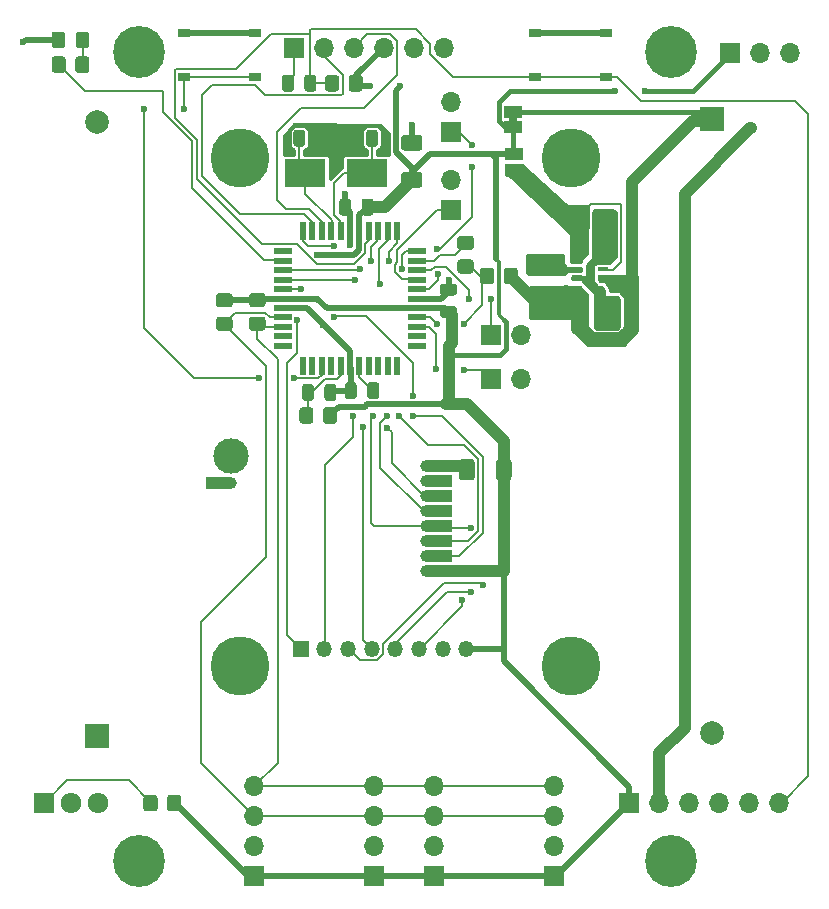
<source format=gbr>
G04 #@! TF.GenerationSoftware,KiCad,Pcbnew,5.1.10-88a1d61d58~88~ubuntu18.04.1*
G04 #@! TF.CreationDate,2021-10-18T10:13:55+02:00*
G04 #@! TF.ProjectId,HB-UNI-SEN-BATT_ATMega1284P_E07-868MS10_FUEL4EP,48422d55-4e49-42d5-9345-4e2d42415454,rev?*
G04 #@! TF.SameCoordinates,Original*
G04 #@! TF.FileFunction,Copper,L1,Top*
G04 #@! TF.FilePolarity,Positive*
%FSLAX46Y46*%
G04 Gerber Fmt 4.6, Leading zero omitted, Abs format (unit mm)*
G04 Created by KiCad (PCBNEW 5.1.10-88a1d61d58~88~ubuntu18.04.1) date 2021-10-18 10:13:55*
%MOMM*%
%LPD*%
G01*
G04 APERTURE LIST*
G04 #@! TA.AperFunction,EtchedComponent*
%ADD10C,0.100000*%
G04 #@! TD*
G04 #@! TA.AperFunction,ComponentPad*
%ADD11O,1.717500X1.800000*%
G04 #@! TD*
G04 #@! TA.AperFunction,ComponentPad*
%ADD12R,1.717500X1.800000*%
G04 #@! TD*
G04 #@! TA.AperFunction,ComponentPad*
%ADD13C,5.000000*%
G04 #@! TD*
G04 #@! TA.AperFunction,ComponentPad*
%ADD14O,1.700000X1.700000*%
G04 #@! TD*
G04 #@! TA.AperFunction,ComponentPad*
%ADD15R,1.700000X1.700000*%
G04 #@! TD*
G04 #@! TA.AperFunction,SMDPad,CuDef*
%ADD16R,1.500000X1.000000*%
G04 #@! TD*
G04 #@! TA.AperFunction,SMDPad,CuDef*
%ADD17R,2.700000X1.400000*%
G04 #@! TD*
G04 #@! TA.AperFunction,SMDPad,CuDef*
%ADD18R,0.900000X0.400000*%
G04 #@! TD*
G04 #@! TA.AperFunction,ComponentPad*
%ADD19O,1.350000X1.350000*%
G04 #@! TD*
G04 #@! TA.AperFunction,ComponentPad*
%ADD20R,1.350000X1.350000*%
G04 #@! TD*
G04 #@! TA.AperFunction,SMDPad,CuDef*
%ADD21R,3.500000X2.400000*%
G04 #@! TD*
G04 #@! TA.AperFunction,ComponentPad*
%ADD22R,2.000000X2.000000*%
G04 #@! TD*
G04 #@! TA.AperFunction,ComponentPad*
%ADD23C,2.000000*%
G04 #@! TD*
G04 #@! TA.AperFunction,SMDPad,CuDef*
%ADD24R,1.000000X0.750000*%
G04 #@! TD*
G04 #@! TA.AperFunction,SMDPad,CuDef*
%ADD25R,1.500000X0.550000*%
G04 #@! TD*
G04 #@! TA.AperFunction,SMDPad,CuDef*
%ADD26R,0.550000X1.500000*%
G04 #@! TD*
G04 #@! TA.AperFunction,ComponentPad*
%ADD27C,3.000000*%
G04 #@! TD*
G04 #@! TA.AperFunction,SMDPad,CuDef*
%ADD28R,2.170000X1.000000*%
G04 #@! TD*
G04 #@! TA.AperFunction,ComponentPad*
%ADD29C,1.000000*%
G04 #@! TD*
G04 #@! TA.AperFunction,ComponentPad*
%ADD30C,0.700000*%
G04 #@! TD*
G04 #@! TA.AperFunction,ComponentPad*
%ADD31C,4.400000*%
G04 #@! TD*
G04 #@! TA.AperFunction,ViaPad*
%ADD32C,0.600000*%
G04 #@! TD*
G04 #@! TA.AperFunction,ViaPad*
%ADD33C,1.000000*%
G04 #@! TD*
G04 #@! TA.AperFunction,Conductor*
%ADD34C,0.500000*%
G04 #@! TD*
G04 #@! TA.AperFunction,Conductor*
%ADD35C,1.000000*%
G04 #@! TD*
G04 #@! TA.AperFunction,Conductor*
%ADD36C,0.400000*%
G04 #@! TD*
G04 #@! TA.AperFunction,Conductor*
%ADD37C,0.200000*%
G04 #@! TD*
G04 #@! TA.AperFunction,Conductor*
%ADD38C,0.370000*%
G04 #@! TD*
G04 #@! TA.AperFunction,Conductor*
%ADD39C,0.254000*%
G04 #@! TD*
G04 #@! TA.AperFunction,Conductor*
%ADD40C,0.100000*%
G04 #@! TD*
G04 APERTURE END LIST*
D10*
G36*
X147937500Y-86681500D02*
G01*
X147937500Y-87181500D01*
X147337500Y-87181500D01*
X147337500Y-86681500D01*
X147937500Y-86681500D01*
G37*
D11*
X112530000Y-144780000D03*
X110240000Y-144780000D03*
D12*
X107950000Y-144780000D03*
D13*
X152510800Y-133200000D03*
X152510800Y-90200000D03*
X124510800Y-133200000D03*
X124510800Y-90200000D03*
D14*
X148336000Y-105219500D03*
D15*
X145796000Y-105219500D03*
D14*
X151130000Y-143380000D03*
X151130000Y-145920000D03*
X151130000Y-148460000D03*
D15*
X151130000Y-151000000D03*
D14*
X142400000Y-92075000D03*
D15*
X142400000Y-94615000D03*
D14*
X142400000Y-85471000D03*
D15*
X142400000Y-88011000D03*
D14*
X171069000Y-81343500D03*
X168529000Y-81343500D03*
D15*
X165989000Y-81343500D03*
D16*
X147688300Y-91188300D03*
X147688300Y-89888300D03*
D17*
X150338120Y-99207200D03*
X150338120Y-101807200D03*
D18*
X153014500Y-100281500D03*
X153014500Y-98981500D03*
X155214500Y-99631500D03*
X153014500Y-99631500D03*
X155214500Y-98981500D03*
X155214500Y-100281500D03*
G04 #@! TA.AperFunction,SMDPad,CuDef*
G36*
G01*
X154501000Y-95679280D02*
X154501000Y-94729280D01*
G75*
G02*
X154751000Y-94479280I250000J0D01*
G01*
X155251000Y-94479280D01*
G75*
G02*
X155501000Y-94729280I0J-250000D01*
G01*
X155501000Y-95679280D01*
G75*
G02*
X155251000Y-95929280I-250000J0D01*
G01*
X154751000Y-95929280D01*
G75*
G02*
X154501000Y-95679280I0J250000D01*
G01*
G37*
G04 #@! TD.AperFunction*
G04 #@! TA.AperFunction,SMDPad,CuDef*
G36*
G01*
X152601000Y-95679280D02*
X152601000Y-94729280D01*
G75*
G02*
X152851000Y-94479280I250000J0D01*
G01*
X153351000Y-94479280D01*
G75*
G02*
X153601000Y-94729280I0J-250000D01*
G01*
X153601000Y-95679280D01*
G75*
G02*
X153351000Y-95929280I-250000J0D01*
G01*
X152851000Y-95929280D01*
G75*
G02*
X152601000Y-95679280I0J250000D01*
G01*
G37*
G04 #@! TD.AperFunction*
G04 #@! TA.AperFunction,SMDPad,CuDef*
G36*
G01*
X154501000Y-97685880D02*
X154501000Y-96735880D01*
G75*
G02*
X154751000Y-96485880I250000J0D01*
G01*
X155251000Y-96485880D01*
G75*
G02*
X155501000Y-96735880I0J-250000D01*
G01*
X155501000Y-97685880D01*
G75*
G02*
X155251000Y-97935880I-250000J0D01*
G01*
X154751000Y-97935880D01*
G75*
G02*
X154501000Y-97685880I0J250000D01*
G01*
G37*
G04 #@! TD.AperFunction*
G04 #@! TA.AperFunction,SMDPad,CuDef*
G36*
G01*
X152601000Y-97685880D02*
X152601000Y-96735880D01*
G75*
G02*
X152851000Y-96485880I250000J0D01*
G01*
X153351000Y-96485880D01*
G75*
G02*
X153601000Y-96735880I0J-250000D01*
G01*
X153601000Y-97685880D01*
G75*
G02*
X153351000Y-97935880I-250000J0D01*
G01*
X152851000Y-97935880D01*
G75*
G02*
X152601000Y-97685880I0J250000D01*
G01*
G37*
G04 #@! TD.AperFunction*
G04 #@! TA.AperFunction,SMDPad,CuDef*
G36*
G01*
X154480680Y-104528640D02*
X154480680Y-103578640D01*
G75*
G02*
X154730680Y-103328640I250000J0D01*
G01*
X155230680Y-103328640D01*
G75*
G02*
X155480680Y-103578640I0J-250000D01*
G01*
X155480680Y-104528640D01*
G75*
G02*
X155230680Y-104778640I-250000J0D01*
G01*
X154730680Y-104778640D01*
G75*
G02*
X154480680Y-104528640I0J250000D01*
G01*
G37*
G04 #@! TD.AperFunction*
G04 #@! TA.AperFunction,SMDPad,CuDef*
G36*
G01*
X152580680Y-104528640D02*
X152580680Y-103578640D01*
G75*
G02*
X152830680Y-103328640I250000J0D01*
G01*
X153330680Y-103328640D01*
G75*
G02*
X153580680Y-103578640I0J-250000D01*
G01*
X153580680Y-104528640D01*
G75*
G02*
X153330680Y-104778640I-250000J0D01*
G01*
X152830680Y-104778640D01*
G75*
G02*
X152580680Y-104528640I0J250000D01*
G01*
G37*
G04 #@! TD.AperFunction*
G04 #@! TA.AperFunction,SMDPad,CuDef*
G36*
G01*
X154480680Y-102532200D02*
X154480680Y-101582200D01*
G75*
G02*
X154730680Y-101332200I250000J0D01*
G01*
X155230680Y-101332200D01*
G75*
G02*
X155480680Y-101582200I0J-250000D01*
G01*
X155480680Y-102532200D01*
G75*
G02*
X155230680Y-102782200I-250000J0D01*
G01*
X154730680Y-102782200D01*
G75*
G02*
X154480680Y-102532200I0J250000D01*
G01*
G37*
G04 #@! TD.AperFunction*
G04 #@! TA.AperFunction,SMDPad,CuDef*
G36*
G01*
X152580680Y-102532200D02*
X152580680Y-101582200D01*
G75*
G02*
X152830680Y-101332200I250000J0D01*
G01*
X153330680Y-101332200D01*
G75*
G02*
X153580680Y-101582200I0J-250000D01*
G01*
X153580680Y-102532200D01*
G75*
G02*
X153330680Y-102782200I-250000J0D01*
G01*
X152830680Y-102782200D01*
G75*
G02*
X152580680Y-102532200I0J250000D01*
G01*
G37*
G04 #@! TD.AperFunction*
G04 #@! TA.AperFunction,SMDPad,CuDef*
G36*
G01*
X146036080Y-99737759D02*
X146036080Y-100637761D01*
G75*
G02*
X145786081Y-100887760I-249999J0D01*
G01*
X145086079Y-100887760D01*
G75*
G02*
X144836080Y-100637761I0J249999D01*
G01*
X144836080Y-99737759D01*
G75*
G02*
X145086079Y-99487760I249999J0D01*
G01*
X145786081Y-99487760D01*
G75*
G02*
X146036080Y-99737759I0J-249999D01*
G01*
G37*
G04 #@! TD.AperFunction*
G04 #@! TA.AperFunction,SMDPad,CuDef*
G36*
G01*
X148036080Y-99737759D02*
X148036080Y-100637761D01*
G75*
G02*
X147786081Y-100887760I-249999J0D01*
G01*
X147086079Y-100887760D01*
G75*
G02*
X146836080Y-100637761I0J249999D01*
G01*
X146836080Y-99737759D01*
G75*
G02*
X147086079Y-99487760I249999J0D01*
G01*
X147786081Y-99487760D01*
G75*
G02*
X148036080Y-99737759I0J-249999D01*
G01*
G37*
G04 #@! TD.AperFunction*
G04 #@! TA.AperFunction,SMDPad,CuDef*
G36*
G01*
X144066681Y-97984360D02*
X143166679Y-97984360D01*
G75*
G02*
X142916680Y-97734361I0J249999D01*
G01*
X142916680Y-97034359D01*
G75*
G02*
X143166679Y-96784360I249999J0D01*
G01*
X144066681Y-96784360D01*
G75*
G02*
X144316680Y-97034359I0J-249999D01*
G01*
X144316680Y-97734361D01*
G75*
G02*
X144066681Y-97984360I-249999J0D01*
G01*
G37*
G04 #@! TD.AperFunction*
G04 #@! TA.AperFunction,SMDPad,CuDef*
G36*
G01*
X144066681Y-99984360D02*
X143166679Y-99984360D01*
G75*
G02*
X142916680Y-99734361I0J249999D01*
G01*
X142916680Y-99034359D01*
G75*
G02*
X143166679Y-98784360I249999J0D01*
G01*
X144066681Y-98784360D01*
G75*
G02*
X144316680Y-99034359I0J-249999D01*
G01*
X144316680Y-99734361D01*
G75*
G02*
X144066681Y-99984360I-249999J0D01*
G01*
G37*
G04 #@! TD.AperFunction*
D19*
X143667000Y-131750000D03*
X141667000Y-131750000D03*
X139667000Y-131750000D03*
X137667000Y-131750000D03*
X135667000Y-131750000D03*
X133667000Y-131750000D03*
X131667000Y-131750000D03*
D20*
X129667000Y-131750000D03*
D21*
X135251500Y-91440000D03*
X130051500Y-91440000D03*
D22*
X112420000Y-139100000D03*
D23*
X112420000Y-87110000D03*
D22*
X164490000Y-86860000D03*
D23*
X164490000Y-138850000D03*
D24*
X155500000Y-83375000D03*
X149500000Y-83375000D03*
X155500000Y-79625000D03*
X149500000Y-79625000D03*
X119800000Y-79625000D03*
X125800000Y-79625000D03*
X119800000Y-83375000D03*
X125800000Y-83375000D03*
G04 #@! TA.AperFunction,SMDPad,CuDef*
G36*
G01*
X139715003Y-89575200D02*
X138414997Y-89575200D01*
G75*
G02*
X138165000Y-89325203I0J249997D01*
G01*
X138165000Y-88500197D01*
G75*
G02*
X138414997Y-88250200I249997J0D01*
G01*
X139715003Y-88250200D01*
G75*
G02*
X139965000Y-88500197I0J-249997D01*
G01*
X139965000Y-89325203D01*
G75*
G02*
X139715003Y-89575200I-249997J0D01*
G01*
G37*
G04 #@! TD.AperFunction*
G04 #@! TA.AperFunction,SMDPad,CuDef*
G36*
G01*
X139715003Y-92700200D02*
X138414997Y-92700200D01*
G75*
G02*
X138165000Y-92450203I0J249997D01*
G01*
X138165000Y-91625197D01*
G75*
G02*
X138414997Y-91375200I249997J0D01*
G01*
X139715003Y-91375200D01*
G75*
G02*
X139965000Y-91625197I0J-249997D01*
G01*
X139965000Y-92450203D01*
G75*
G02*
X139715003Y-92700200I-249997J0D01*
G01*
G37*
G04 #@! TD.AperFunction*
G04 #@! TA.AperFunction,SMDPad,CuDef*
G36*
G01*
X144388000Y-115935997D02*
X144388000Y-117236003D01*
G75*
G02*
X144138003Y-117486000I-249997J0D01*
G01*
X143312997Y-117486000D01*
G75*
G02*
X143063000Y-117236003I0J249997D01*
G01*
X143063000Y-115935997D01*
G75*
G02*
X143312997Y-115686000I249997J0D01*
G01*
X144138003Y-115686000D01*
G75*
G02*
X144388000Y-115935997I0J-249997D01*
G01*
G37*
G04 #@! TD.AperFunction*
G04 #@! TA.AperFunction,SMDPad,CuDef*
G36*
G01*
X147513000Y-115935997D02*
X147513000Y-117236003D01*
G75*
G02*
X147263003Y-117486000I-249997J0D01*
G01*
X146437997Y-117486000D01*
G75*
G02*
X146188000Y-117236003I0J249997D01*
G01*
X146188000Y-115935997D01*
G75*
G02*
X146437997Y-115686000I249997J0D01*
G01*
X147263003Y-115686000D01*
G75*
G02*
X147513000Y-115935997I0J-249997D01*
G01*
G37*
G04 #@! TD.AperFunction*
D25*
X139532600Y-98095300D03*
X139532600Y-98895300D03*
X139532600Y-99695300D03*
X139532600Y-100495300D03*
X139532600Y-101295300D03*
X139532600Y-102095300D03*
X139532600Y-102895300D03*
X139532600Y-103695300D03*
X139532600Y-104495300D03*
X139532600Y-105295300D03*
X139532600Y-106095300D03*
D26*
X137832600Y-107795300D03*
X137032600Y-107795300D03*
X136232600Y-107795300D03*
X135432600Y-107795300D03*
X134632600Y-107795300D03*
X133832600Y-107795300D03*
X133032600Y-107795300D03*
X132232600Y-107795300D03*
X131432600Y-107795300D03*
X130632600Y-107795300D03*
X129832600Y-107795300D03*
D25*
X128132600Y-106095300D03*
X128132600Y-105295300D03*
X128132600Y-104495300D03*
X128132600Y-103695300D03*
X128132600Y-102895300D03*
X128132600Y-102095300D03*
X128132600Y-101295300D03*
X128132600Y-100495300D03*
X128132600Y-99695300D03*
X128132600Y-98895300D03*
X128132600Y-98095300D03*
D26*
X129832600Y-96395300D03*
X130632600Y-96395300D03*
X131432600Y-96395300D03*
X132232600Y-96395300D03*
X133032600Y-96395300D03*
X133832600Y-96395300D03*
X134632600Y-96395300D03*
X135432600Y-96395300D03*
X136232600Y-96395300D03*
X137032600Y-96395300D03*
X137832600Y-96395300D03*
G04 #@! TA.AperFunction,SMDPad,CuDef*
G36*
G01*
X130743500Y-111549999D02*
X130743500Y-112450001D01*
G75*
G02*
X130493501Y-112700000I-249999J0D01*
G01*
X129793499Y-112700000D01*
G75*
G02*
X129543500Y-112450001I0J249999D01*
G01*
X129543500Y-111549999D01*
G75*
G02*
X129793499Y-111300000I249999J0D01*
G01*
X130493501Y-111300000D01*
G75*
G02*
X130743500Y-111549999I0J-249999D01*
G01*
G37*
G04 #@! TD.AperFunction*
G04 #@! TA.AperFunction,SMDPad,CuDef*
G36*
G01*
X132743500Y-111549999D02*
X132743500Y-112450001D01*
G75*
G02*
X132493501Y-112700000I-249999J0D01*
G01*
X131793499Y-112700000D01*
G75*
G02*
X131543500Y-112450001I0J249999D01*
G01*
X131543500Y-111549999D01*
G75*
G02*
X131793499Y-111300000I249999J0D01*
G01*
X132493501Y-111300000D01*
G75*
G02*
X132743500Y-111549999I0J-249999D01*
G01*
G37*
G04 #@! TD.AperFunction*
G04 #@! TA.AperFunction,SMDPad,CuDef*
G36*
G01*
X125533999Y-103635000D02*
X126434001Y-103635000D01*
G75*
G02*
X126684000Y-103884999I0J-249999D01*
G01*
X126684000Y-104585001D01*
G75*
G02*
X126434001Y-104835000I-249999J0D01*
G01*
X125533999Y-104835000D01*
G75*
G02*
X125284000Y-104585001I0J249999D01*
G01*
X125284000Y-103884999D01*
G75*
G02*
X125533999Y-103635000I249999J0D01*
G01*
G37*
G04 #@! TD.AperFunction*
G04 #@! TA.AperFunction,SMDPad,CuDef*
G36*
G01*
X125533999Y-101635000D02*
X126434001Y-101635000D01*
G75*
G02*
X126684000Y-101884999I0J-249999D01*
G01*
X126684000Y-102585001D01*
G75*
G02*
X126434001Y-102835000I-249999J0D01*
G01*
X125533999Y-102835000D01*
G75*
G02*
X125284000Y-102585001I0J249999D01*
G01*
X125284000Y-101884999D01*
G75*
G02*
X125533999Y-101635000I249999J0D01*
G01*
G37*
G04 #@! TD.AperFunction*
G04 #@! TA.AperFunction,SMDPad,CuDef*
G36*
G01*
X122739999Y-103651000D02*
X123640001Y-103651000D01*
G75*
G02*
X123890000Y-103900999I0J-249999D01*
G01*
X123890000Y-104601001D01*
G75*
G02*
X123640001Y-104851000I-249999J0D01*
G01*
X122739999Y-104851000D01*
G75*
G02*
X122490000Y-104601001I0J249999D01*
G01*
X122490000Y-103900999D01*
G75*
G02*
X122739999Y-103651000I249999J0D01*
G01*
G37*
G04 #@! TD.AperFunction*
G04 #@! TA.AperFunction,SMDPad,CuDef*
G36*
G01*
X122739999Y-101651000D02*
X123640001Y-101651000D01*
G75*
G02*
X123890000Y-101900999I0J-249999D01*
G01*
X123890000Y-102601001D01*
G75*
G02*
X123640001Y-102851000I-249999J0D01*
G01*
X122739999Y-102851000D01*
G75*
G02*
X122490000Y-102601001I0J249999D01*
G01*
X122490000Y-101900999D01*
G75*
G02*
X122739999Y-101651000I249999J0D01*
G01*
G37*
G04 #@! TD.AperFunction*
G04 #@! TA.AperFunction,SMDPad,CuDef*
G36*
G01*
X117541600Y-144368099D02*
X117541600Y-145268101D01*
G75*
G02*
X117291601Y-145518100I-249999J0D01*
G01*
X116591599Y-145518100D01*
G75*
G02*
X116341600Y-145268101I0J249999D01*
G01*
X116341600Y-144368099D01*
G75*
G02*
X116591599Y-144118100I249999J0D01*
G01*
X117291601Y-144118100D01*
G75*
G02*
X117541600Y-144368099I0J-249999D01*
G01*
G37*
G04 #@! TD.AperFunction*
G04 #@! TA.AperFunction,SMDPad,CuDef*
G36*
G01*
X119541600Y-144368099D02*
X119541600Y-145268101D01*
G75*
G02*
X119291601Y-145518100I-249999J0D01*
G01*
X118591599Y-145518100D01*
G75*
G02*
X118341600Y-145268101I0J249999D01*
G01*
X118341600Y-144368099D01*
G75*
G02*
X118591599Y-144118100I249999J0D01*
G01*
X119291601Y-144118100D01*
G75*
G02*
X119541600Y-144368099I0J-249999D01*
G01*
G37*
G04 #@! TD.AperFunction*
G04 #@! TA.AperFunction,SMDPad,CuDef*
G36*
G01*
X132915200Y-83420799D02*
X132915200Y-84320801D01*
G75*
G02*
X132665201Y-84570800I-249999J0D01*
G01*
X131965199Y-84570800D01*
G75*
G02*
X131715200Y-84320801I0J249999D01*
G01*
X131715200Y-83420799D01*
G75*
G02*
X131965199Y-83170800I249999J0D01*
G01*
X132665201Y-83170800D01*
G75*
G02*
X132915200Y-83420799I0J-249999D01*
G01*
G37*
G04 #@! TD.AperFunction*
G04 #@! TA.AperFunction,SMDPad,CuDef*
G36*
G01*
X134915200Y-83420799D02*
X134915200Y-84320801D01*
G75*
G02*
X134665201Y-84570800I-249999J0D01*
G01*
X133965199Y-84570800D01*
G75*
G02*
X133715200Y-84320801I0J249999D01*
G01*
X133715200Y-83420799D01*
G75*
G02*
X133965199Y-83170800I249999J0D01*
G01*
X134665201Y-83170800D01*
G75*
G02*
X134915200Y-83420799I0J-249999D01*
G01*
G37*
G04 #@! TD.AperFunction*
G04 #@! TA.AperFunction,SMDPad,CuDef*
G36*
G01*
X110572500Y-82746001D02*
X110572500Y-81845999D01*
G75*
G02*
X110822499Y-81596000I249999J0D01*
G01*
X111522501Y-81596000D01*
G75*
G02*
X111772500Y-81845999I0J-249999D01*
G01*
X111772500Y-82746001D01*
G75*
G02*
X111522501Y-82996000I-249999J0D01*
G01*
X110822499Y-82996000D01*
G75*
G02*
X110572500Y-82746001I0J249999D01*
G01*
G37*
G04 #@! TD.AperFunction*
G04 #@! TA.AperFunction,SMDPad,CuDef*
G36*
G01*
X108572500Y-82746001D02*
X108572500Y-81845999D01*
G75*
G02*
X108822499Y-81596000I249999J0D01*
G01*
X109522501Y-81596000D01*
G75*
G02*
X109772500Y-81845999I0J-249999D01*
G01*
X109772500Y-82746001D01*
G75*
G02*
X109522501Y-82996000I-249999J0D01*
G01*
X108822499Y-82996000D01*
G75*
G02*
X108572500Y-82746001I0J249999D01*
G01*
G37*
G04 #@! TD.AperFunction*
D14*
X141770100Y-80860900D03*
X139230100Y-80860900D03*
X136690100Y-80860900D03*
X134150100Y-80860900D03*
X131610100Y-80860900D03*
D15*
X129070100Y-80860900D03*
G04 #@! TA.AperFunction,SMDPad,CuDef*
G36*
G01*
X110613500Y-80650501D02*
X110613500Y-79750499D01*
G75*
G02*
X110863499Y-79500500I249999J0D01*
G01*
X111513501Y-79500500D01*
G75*
G02*
X111763500Y-79750499I0J-249999D01*
G01*
X111763500Y-80650501D01*
G75*
G02*
X111513501Y-80900500I-249999J0D01*
G01*
X110863499Y-80900500D01*
G75*
G02*
X110613500Y-80650501I0J249999D01*
G01*
G37*
G04 #@! TD.AperFunction*
G04 #@! TA.AperFunction,SMDPad,CuDef*
G36*
G01*
X108563500Y-80650501D02*
X108563500Y-79750499D01*
G75*
G02*
X108813499Y-79500500I249999J0D01*
G01*
X109463501Y-79500500D01*
G75*
G02*
X109713500Y-79750499I0J-249999D01*
G01*
X109713500Y-80650501D01*
G75*
G02*
X109463501Y-80900500I-249999J0D01*
G01*
X108813499Y-80900500D01*
G75*
G02*
X108563500Y-80650501I0J249999D01*
G01*
G37*
G04 #@! TD.AperFunction*
G04 #@! TA.AperFunction,SMDPad,CuDef*
G36*
G01*
X129074800Y-83395800D02*
X129074800Y-84345800D01*
G75*
G02*
X128824800Y-84595800I-250000J0D01*
G01*
X128324800Y-84595800D01*
G75*
G02*
X128074800Y-84345800I0J250000D01*
G01*
X128074800Y-83395800D01*
G75*
G02*
X128324800Y-83145800I250000J0D01*
G01*
X128824800Y-83145800D01*
G75*
G02*
X129074800Y-83395800I0J-250000D01*
G01*
G37*
G04 #@! TD.AperFunction*
G04 #@! TA.AperFunction,SMDPad,CuDef*
G36*
G01*
X130974800Y-83395800D02*
X130974800Y-84345800D01*
G75*
G02*
X130724800Y-84595800I-250000J0D01*
G01*
X130224800Y-84595800D01*
G75*
G02*
X129974800Y-84345800I0J250000D01*
G01*
X129974800Y-83395800D01*
G75*
G02*
X130224800Y-83145800I250000J0D01*
G01*
X130724800Y-83145800D01*
G75*
G02*
X130974800Y-83395800I0J-250000D01*
G01*
G37*
G04 #@! TD.AperFunction*
G04 #@! TA.AperFunction,SMDPad,CuDef*
G36*
G01*
X134401100Y-109418100D02*
X134401100Y-110368100D01*
G75*
G02*
X134151100Y-110618100I-250000J0D01*
G01*
X133651100Y-110618100D01*
G75*
G02*
X133401100Y-110368100I0J250000D01*
G01*
X133401100Y-109418100D01*
G75*
G02*
X133651100Y-109168100I250000J0D01*
G01*
X134151100Y-109168100D01*
G75*
G02*
X134401100Y-109418100I0J-250000D01*
G01*
G37*
G04 #@! TD.AperFunction*
G04 #@! TA.AperFunction,SMDPad,CuDef*
G36*
G01*
X136301100Y-109418100D02*
X136301100Y-110368100D01*
G75*
G02*
X136051100Y-110618100I-250000J0D01*
G01*
X135551100Y-110618100D01*
G75*
G02*
X135301100Y-110368100I0J250000D01*
G01*
X135301100Y-109418100D01*
G75*
G02*
X135551100Y-109168100I250000J0D01*
G01*
X136051100Y-109168100D01*
G75*
G02*
X136301100Y-109418100I0J-250000D01*
G01*
G37*
G04 #@! TD.AperFunction*
G04 #@! TA.AperFunction,SMDPad,CuDef*
G36*
G01*
X134297000Y-88044000D02*
X134297000Y-88994000D01*
G75*
G02*
X134047000Y-89244000I-250000J0D01*
G01*
X133547000Y-89244000D01*
G75*
G02*
X133297000Y-88994000I0J250000D01*
G01*
X133297000Y-88044000D01*
G75*
G02*
X133547000Y-87794000I250000J0D01*
G01*
X134047000Y-87794000D01*
G75*
G02*
X134297000Y-88044000I0J-250000D01*
G01*
G37*
G04 #@! TD.AperFunction*
G04 #@! TA.AperFunction,SMDPad,CuDef*
G36*
G01*
X136197000Y-88044000D02*
X136197000Y-88994000D01*
G75*
G02*
X135947000Y-89244000I-250000J0D01*
G01*
X135447000Y-89244000D01*
G75*
G02*
X135197000Y-88994000I0J250000D01*
G01*
X135197000Y-88044000D01*
G75*
G02*
X135447000Y-87794000I250000J0D01*
G01*
X135947000Y-87794000D01*
G75*
G02*
X136197000Y-88044000I0J-250000D01*
G01*
G37*
G04 #@! TD.AperFunction*
G04 #@! TA.AperFunction,SMDPad,CuDef*
G36*
G01*
X130942500Y-88994000D02*
X130942500Y-88044000D01*
G75*
G02*
X131192500Y-87794000I250000J0D01*
G01*
X131692500Y-87794000D01*
G75*
G02*
X131942500Y-88044000I0J-250000D01*
G01*
X131942500Y-88994000D01*
G75*
G02*
X131692500Y-89244000I-250000J0D01*
G01*
X131192500Y-89244000D01*
G75*
G02*
X130942500Y-88994000I0J250000D01*
G01*
G37*
G04 #@! TD.AperFunction*
G04 #@! TA.AperFunction,SMDPad,CuDef*
G36*
G01*
X129042500Y-88994000D02*
X129042500Y-88044000D01*
G75*
G02*
X129292500Y-87794000I250000J0D01*
G01*
X129792500Y-87794000D01*
G75*
G02*
X130042500Y-88044000I0J-250000D01*
G01*
X130042500Y-88994000D01*
G75*
G02*
X129792500Y-89244000I-250000J0D01*
G01*
X129292500Y-89244000D01*
G75*
G02*
X129042500Y-88994000I0J250000D01*
G01*
G37*
G04 #@! TD.AperFunction*
G04 #@! TA.AperFunction,SMDPad,CuDef*
G36*
G01*
X133916000Y-93886000D02*
X133916000Y-94836000D01*
G75*
G02*
X133666000Y-95086000I-250000J0D01*
G01*
X133166000Y-95086000D01*
G75*
G02*
X132916000Y-94836000I0J250000D01*
G01*
X132916000Y-93886000D01*
G75*
G02*
X133166000Y-93636000I250000J0D01*
G01*
X133666000Y-93636000D01*
G75*
G02*
X133916000Y-93886000I0J-250000D01*
G01*
G37*
G04 #@! TD.AperFunction*
G04 #@! TA.AperFunction,SMDPad,CuDef*
G36*
G01*
X135816000Y-93886000D02*
X135816000Y-94836000D01*
G75*
G02*
X135566000Y-95086000I-250000J0D01*
G01*
X135066000Y-95086000D01*
G75*
G02*
X134816000Y-94836000I0J250000D01*
G01*
X134816000Y-93886000D01*
G75*
G02*
X135066000Y-93636000I250000J0D01*
G01*
X135566000Y-93636000D01*
G75*
G02*
X135816000Y-93886000I0J-250000D01*
G01*
G37*
G04 #@! TD.AperFunction*
G04 #@! TA.AperFunction,SMDPad,CuDef*
G36*
G01*
X142651500Y-101848500D02*
X141701500Y-101848500D01*
G75*
G02*
X141451500Y-101598500I0J250000D01*
G01*
X141451500Y-101098500D01*
G75*
G02*
X141701500Y-100848500I250000J0D01*
G01*
X142651500Y-100848500D01*
G75*
G02*
X142901500Y-101098500I0J-250000D01*
G01*
X142901500Y-101598500D01*
G75*
G02*
X142651500Y-101848500I-250000J0D01*
G01*
G37*
G04 #@! TD.AperFunction*
G04 #@! TA.AperFunction,SMDPad,CuDef*
G36*
G01*
X142651500Y-103748500D02*
X141701500Y-103748500D01*
G75*
G02*
X141451500Y-103498500I0J250000D01*
G01*
X141451500Y-102998500D01*
G75*
G02*
X141701500Y-102748500I250000J0D01*
G01*
X142651500Y-102748500D01*
G75*
G02*
X142901500Y-102998500I0J-250000D01*
G01*
X142901500Y-103498500D01*
G75*
G02*
X142651500Y-103748500I-250000J0D01*
G01*
G37*
G04 #@! TD.AperFunction*
G04 #@! TA.AperFunction,SMDPad,CuDef*
G36*
G01*
X130768900Y-109575000D02*
X130768900Y-110525000D01*
G75*
G02*
X130518900Y-110775000I-250000J0D01*
G01*
X130018900Y-110775000D01*
G75*
G02*
X129768900Y-110525000I0J250000D01*
G01*
X129768900Y-109575000D01*
G75*
G02*
X130018900Y-109325000I250000J0D01*
G01*
X130518900Y-109325000D01*
G75*
G02*
X130768900Y-109575000I0J-250000D01*
G01*
G37*
G04 #@! TD.AperFunction*
G04 #@! TA.AperFunction,SMDPad,CuDef*
G36*
G01*
X132668900Y-109575000D02*
X132668900Y-110525000D01*
G75*
G02*
X132418900Y-110775000I-250000J0D01*
G01*
X131918900Y-110775000D01*
G75*
G02*
X131668900Y-110525000I0J250000D01*
G01*
X131668900Y-109575000D01*
G75*
G02*
X131918900Y-109325000I250000J0D01*
G01*
X132418900Y-109325000D01*
G75*
G02*
X132668900Y-109575000I0J-250000D01*
G01*
G37*
G04 #@! TD.AperFunction*
D27*
X123800000Y-115470000D03*
D28*
X122715000Y-117750000D03*
D29*
X123800000Y-117750000D03*
D28*
X141345000Y-116310000D03*
X141345000Y-117580000D03*
X141345000Y-118850000D03*
X141345000Y-120120000D03*
X141345000Y-121390000D03*
X141345000Y-122660000D03*
X141345000Y-123930000D03*
X141345000Y-125200000D03*
D29*
X140260000Y-116310000D03*
X140260000Y-117580000D03*
X140260000Y-118850000D03*
X140260000Y-120120000D03*
X140260000Y-121390000D03*
X140260000Y-122660000D03*
X140260000Y-123930000D03*
X140260000Y-125200000D03*
D30*
X162272800Y-148477200D03*
X161000000Y-147950000D03*
X159727200Y-148477200D03*
X159200000Y-149750000D03*
X159727200Y-151022800D03*
X161000000Y-151550000D03*
X162272800Y-151022800D03*
X162800000Y-149750000D03*
D31*
X161000000Y-149750000D03*
D30*
X117272800Y-148477200D03*
X116000000Y-147950000D03*
X114727200Y-148477200D03*
X114200000Y-149750000D03*
X114727200Y-151022800D03*
X116000000Y-151550000D03*
X117272800Y-151022800D03*
X117800000Y-149750000D03*
D31*
X116000000Y-149750000D03*
D30*
X162272800Y-79977200D03*
X161000000Y-79450000D03*
X159727200Y-79977200D03*
X159200000Y-81250000D03*
X159727200Y-82522800D03*
X161000000Y-83050000D03*
X162272800Y-82522800D03*
X162800000Y-81250000D03*
D31*
X161000000Y-81250000D03*
D30*
X117272800Y-79977200D03*
X116000000Y-79450000D03*
X114727200Y-79977200D03*
X114200000Y-81250000D03*
X114727200Y-82522800D03*
X116000000Y-83050000D03*
X117272800Y-82522800D03*
X117800000Y-81250000D03*
D31*
X116000000Y-81250000D03*
D16*
X147637500Y-87581500D03*
X147637500Y-86281500D03*
D14*
X140970000Y-143383000D03*
X140970000Y-145923000D03*
X140970000Y-148463000D03*
D15*
X140970000Y-151003000D03*
D14*
X135890000Y-143383000D03*
X135890000Y-145923000D03*
X135890000Y-148463000D03*
D15*
X135890000Y-151003000D03*
D14*
X125730000Y-143380000D03*
X125730000Y-145920000D03*
X125730000Y-148460000D03*
D15*
X125730000Y-151000000D03*
D14*
X170180000Y-144780000D03*
X167640000Y-144780000D03*
X165100000Y-144780000D03*
X162560000Y-144780000D03*
X160020000Y-144780000D03*
D15*
X157480000Y-144780000D03*
D14*
X148336000Y-108902500D03*
D15*
X145796000Y-108902500D03*
D32*
X139065000Y-87376000D03*
X122809000Y-79629000D03*
X106172000Y-80391000D03*
X142176500Y-100520500D03*
X131572000Y-104330500D03*
X132651500Y-88519000D03*
X132651500Y-90106500D03*
X133416000Y-93220500D03*
X133822962Y-97551762D03*
X152878600Y-79625000D03*
D33*
X156083000Y-104013000D03*
X156083000Y-102362000D03*
X155956000Y-95123000D03*
X155956000Y-96520000D03*
X155956000Y-97790000D03*
D32*
X138239500Y-99568000D03*
X137998006Y-112014000D03*
X139192000Y-112077500D03*
X139192000Y-110318110D03*
X132461000Y-103645300D03*
X132461000Y-97645302D03*
X143446500Y-104267000D03*
X141160500Y-104267000D03*
X143510004Y-108140500D03*
X141097000Y-108077002D03*
X143891000Y-102108000D03*
X145732500Y-102108000D03*
X143340000Y-127630000D03*
X137096500Y-98933000D03*
X136969500Y-112014000D03*
X144070000Y-121490000D03*
X144070000Y-126960000D03*
X135763000Y-112014000D03*
X135636000Y-98933000D03*
X136969500Y-113030000D03*
X145097500Y-126365000D03*
X136345499Y-100838000D03*
X138074400Y-84124800D03*
X135534400Y-84124800D03*
X131064000Y-102108000D03*
X158851600Y-84531200D03*
X156235400Y-84531200D03*
X131082364Y-98406636D03*
D33*
X167779700Y-87680800D03*
X156210000Y-100838000D03*
X152146000Y-101473000D03*
D32*
X134683500Y-99568000D03*
X134937500Y-112966500D03*
X134274000Y-100495300D03*
X134073997Y-112014000D03*
X129679800Y-101295300D03*
X129382602Y-103922012D03*
X119800000Y-86018000D03*
X116420000Y-86018000D03*
X129089199Y-108845301D03*
X126117301Y-108845301D03*
X141287500Y-100012500D03*
X144145000Y-89090500D03*
X144145000Y-90932000D03*
X141220565Y-97891718D03*
D34*
X139065000Y-88912700D02*
X139065000Y-87376000D01*
X122813000Y-79625000D02*
X122809000Y-79629000D01*
X122813000Y-79625000D02*
X125853000Y-79625000D01*
X119796300Y-79625000D02*
X122813000Y-79625000D01*
X133901100Y-109893100D02*
X133901100Y-107993100D01*
D35*
X141345000Y-116310000D02*
X143792800Y-116310000D01*
D34*
X109138500Y-80200500D02*
X106362500Y-80200500D01*
X106362500Y-80200500D02*
X106172000Y-80391000D01*
X139532600Y-102095300D02*
X141554200Y-102095300D01*
X141554200Y-102095300D02*
X142176500Y-101473000D01*
X142176500Y-101348500D02*
X142176500Y-100520500D01*
X130182600Y-102895300D02*
X128132600Y-102895300D01*
X133832600Y-107795300D02*
X133832600Y-106545300D01*
X131563150Y-104321650D02*
X131572000Y-104330500D01*
X131563150Y-104275850D02*
X131563150Y-104321650D01*
X131563150Y-104275850D02*
X130182600Y-102895300D01*
X133832600Y-106545300D02*
X131563150Y-104275850D01*
X133901100Y-109893100D02*
X132359400Y-109893100D01*
X132588000Y-88519000D02*
X132651500Y-88519000D01*
X132588000Y-88519000D02*
X133794500Y-88519000D01*
X131442500Y-88519000D02*
X132588000Y-88519000D01*
X133832600Y-96395300D02*
X133832600Y-94780100D01*
X133832600Y-94780100D02*
X133477000Y-94424500D01*
X132651500Y-88519000D02*
X132651500Y-90106500D01*
X133416000Y-94361000D02*
X133416000Y-93220500D01*
D36*
X155316000Y-103992600D02*
X155270200Y-103946800D01*
X155270200Y-102158800D02*
X155331160Y-102219760D01*
D34*
X133832600Y-97542124D02*
X133822962Y-97551762D01*
X133832600Y-96395300D02*
X133832600Y-97542124D01*
X155500000Y-79625000D02*
X152878600Y-79625000D01*
X152878600Y-79625000D02*
X149432200Y-79625000D01*
X156083000Y-102362000D02*
X155448000Y-102362000D01*
X155448000Y-102362000D02*
X155194000Y-102108000D01*
X156083000Y-104013000D02*
X155067000Y-104013000D01*
D37*
X153032280Y-100278960D02*
X153237960Y-100278960D01*
X154582280Y-98978960D02*
X153924000Y-99637240D01*
X153237960Y-100278960D02*
X153924000Y-100965000D01*
X153924000Y-99637240D02*
X153924000Y-100965000D01*
X155232280Y-98978960D02*
X154582280Y-98978960D01*
X153924000Y-100965000D02*
X155067000Y-102108000D01*
D34*
X155956000Y-97790000D02*
X155321000Y-97155000D01*
X155956000Y-96520000D02*
X155321000Y-97155000D01*
X155956000Y-95123000D02*
X154940000Y-95123000D01*
X155001000Y-95204280D02*
X155001000Y-97216000D01*
X155001000Y-97210880D02*
X155001000Y-98740000D01*
D37*
X111188500Y-80200500D02*
X111188500Y-82169000D01*
X140260000Y-122660000D02*
X143788002Y-122660000D01*
X143788002Y-122660000D02*
X144688010Y-121759992D01*
X139532600Y-98095300D02*
X138582600Y-98095300D01*
X140474506Y-114490500D02*
X137998006Y-112014000D01*
X138239500Y-98438400D02*
X138239500Y-99568000D01*
X138582600Y-98095300D02*
X138239500Y-98438400D01*
X144688010Y-115708176D02*
X143470334Y-114490500D01*
X144688010Y-121759992D02*
X144688010Y-115708176D01*
X143470334Y-114490500D02*
X140474506Y-114490500D01*
X145088020Y-115542487D02*
X141623033Y-112077500D01*
X145088020Y-121925681D02*
X145088020Y-115542487D01*
X141345000Y-123930000D02*
X143083700Y-123930000D01*
X143083700Y-123930000D02*
X145088020Y-121925681D01*
X141623033Y-112077500D02*
X139192000Y-112077500D01*
X139192000Y-107589698D02*
X135170802Y-103568500D01*
X139192000Y-110318110D02*
X139192000Y-107589698D01*
X135170802Y-103568500D02*
X132461000Y-103568500D01*
X132461000Y-103568500D02*
X132461000Y-103645300D01*
X130317600Y-97645302D02*
X129857500Y-97185202D01*
X132461000Y-97645302D02*
X130317600Y-97645302D01*
X129857500Y-97185202D02*
X129857500Y-96393000D01*
X125730000Y-145920000D02*
X135887000Y-145920000D01*
X135887000Y-145920000D02*
X135890000Y-145923000D01*
X135890000Y-145923000D02*
X151130000Y-145923000D01*
X126661824Y-103334990D02*
X124122010Y-103334990D01*
X128132600Y-103695300D02*
X127022134Y-103695300D01*
X127022134Y-103695300D02*
X126661824Y-103334990D01*
X124122010Y-103334990D02*
X123190000Y-104267000D01*
X121221500Y-141411500D02*
X125730000Y-145920000D01*
X121221500Y-129445298D02*
X121221500Y-141411500D01*
X126717302Y-123949496D02*
X121221500Y-129445298D01*
X123063000Y-104140000D02*
X126717302Y-107794302D01*
X126717302Y-107794302D02*
X126717302Y-123949496D01*
X125107700Y-143395700D02*
X136512300Y-143395700D01*
X136512300Y-143395700D02*
X136525000Y-143383000D01*
X135890000Y-143383000D02*
X141097000Y-143383000D01*
X141097000Y-143383000D02*
X151003000Y-143383000D01*
X128132600Y-104495300D02*
X126212300Y-104495300D01*
X127698500Y-141411500D02*
X125730000Y-143380000D01*
X127698500Y-107226202D02*
X127698500Y-141411500D01*
X125984000Y-104267000D02*
X125984000Y-105511702D01*
X125984000Y-105511702D02*
X127698500Y-107226202D01*
X145034000Y-100441000D02*
X145034000Y-101041000D01*
X145034000Y-101893834D02*
X145034000Y-101663500D01*
X145034000Y-101663500D02*
X145034000Y-102679500D01*
X145034000Y-102679500D02*
X143446500Y-104267000D01*
X140588800Y-103695300D02*
X141160500Y-104267000D01*
X139532600Y-103695300D02*
X140588800Y-103695300D01*
X143954500Y-99314000D02*
X145034000Y-100393500D01*
X143827500Y-99314000D02*
X143954500Y-99314000D01*
X145034000Y-101663500D02*
X145034000Y-100393500D01*
X145173700Y-100253800D02*
X145034000Y-100393500D01*
X145888200Y-100253800D02*
X145173700Y-100253800D01*
X141097000Y-105109700D02*
X141097000Y-108077002D01*
X140482600Y-104495300D02*
X141097000Y-105109700D01*
X139532600Y-104495300D02*
X140482600Y-104495300D01*
X143510004Y-108140500D02*
X145034000Y-108140500D01*
X145034000Y-108140500D02*
X145669000Y-108775500D01*
X142732000Y-98441000D02*
X141462000Y-98441000D01*
X141462000Y-98441000D02*
X140970000Y-98933000D01*
X140970000Y-98933000D02*
X139509500Y-98933000D01*
X142732000Y-98441000D02*
X143827500Y-97345500D01*
X143891000Y-101346998D02*
X143891000Y-102108000D01*
X141956501Y-99412499D02*
X143891000Y-101346998D01*
X140999499Y-99412499D02*
X141956501Y-99412499D01*
X140691598Y-99720400D02*
X140999499Y-99412499D01*
X139547600Y-99720400D02*
X140691598Y-99720400D01*
X145732500Y-102108000D02*
X145732500Y-105092500D01*
X136369499Y-112614001D02*
X136969500Y-112014000D01*
X136369499Y-116429499D02*
X136369499Y-112614001D01*
X140060000Y-120120000D02*
X136369499Y-116429499D01*
X141345000Y-120120000D02*
X140060000Y-120120000D01*
X137832600Y-97406702D02*
X137096500Y-98142802D01*
X137832600Y-96395300D02*
X137832600Y-97406702D01*
X137096500Y-98142802D02*
X137096500Y-98933000D01*
X143340000Y-127630000D02*
X143340000Y-128122500D01*
X143340000Y-128122500D02*
X139636500Y-131826000D01*
X144070000Y-121490000D02*
X141302000Y-121490000D01*
X141302000Y-121490000D02*
X141427200Y-121364800D01*
X135636000Y-97756902D02*
X136144000Y-97248902D01*
X136144000Y-97248902D02*
X136144000Y-96647000D01*
X140258800Y-121361200D02*
X135839200Y-121361200D01*
X135572500Y-121094500D02*
X135572500Y-112014000D01*
X135839200Y-121361200D02*
X135572500Y-121094500D01*
X135636000Y-97756902D02*
X135636000Y-98933000D01*
X142026000Y-126960000D02*
X137668000Y-131318000D01*
X144070000Y-126960000D02*
X142026000Y-126960000D01*
X145080000Y-126170000D02*
X141803998Y-126170000D01*
X137363200Y-116027200D02*
X140208000Y-118872000D01*
X137363200Y-113423700D02*
X136969500Y-113030000D01*
X137363200Y-116027200D02*
X137363200Y-113423700D01*
X136271000Y-100838000D02*
X136345499Y-100838000D01*
X136271000Y-97921902D02*
X136271000Y-100838000D01*
X137160000Y-97032902D02*
X136271000Y-97921902D01*
X136135001Y-132725001D02*
X134693501Y-132725001D01*
X136642001Y-132218001D02*
X136135001Y-132725001D01*
X136642001Y-131331997D02*
X136642001Y-132218001D01*
X141803998Y-126170000D02*
X136642001Y-131331997D01*
X134693501Y-132725001D02*
X133731000Y-131762500D01*
X109867700Y-142875000D02*
X107886500Y-144856200D01*
X116941600Y-144818100D02*
X116941600Y-144729200D01*
X115087400Y-142875000D02*
X109867700Y-142875000D01*
X116941600Y-144729200D02*
X115087400Y-142875000D01*
D34*
X157480000Y-144780000D02*
X157480000Y-145300700D01*
X136550400Y-151015700D02*
X136512300Y-150977600D01*
X157480000Y-144780000D02*
X151130000Y-151130000D01*
X151130000Y-151130000D02*
X151003000Y-151003000D01*
X151003000Y-151003000D02*
X136017000Y-151003000D01*
X136017000Y-151003000D02*
X125730000Y-151003000D01*
X125730000Y-151003000D02*
X125222000Y-151003000D01*
X125222000Y-151003000D02*
X118999000Y-144780000D01*
X136690100Y-80860900D02*
X134366000Y-83185000D01*
X134366000Y-83185000D02*
X134366000Y-83820000D01*
X128132600Y-102095300D02*
X126377700Y-102095300D01*
X126377700Y-102095300D02*
X126111000Y-102362000D01*
X123190000Y-102251000D02*
X125968000Y-102251000D01*
X142397202Y-125272800D02*
X141376400Y-125272800D01*
X131064000Y-102108000D02*
X128066800Y-102108000D01*
X137714990Y-89657388D02*
X137714990Y-84484210D01*
X139065000Y-92037700D02*
X139065000Y-91007398D01*
X139065000Y-91007398D02*
X137714990Y-89657388D01*
X137714990Y-84484210D02*
X138074400Y-84124800D01*
X135534400Y-84124800D02*
X134366000Y-84124800D01*
X140642100Y-89888300D02*
X139192000Y-91338400D01*
X131064000Y-102108000D02*
X131851300Y-102895300D01*
X139532600Y-102895300D02*
X141884300Y-102895300D01*
X141884300Y-102895300D02*
X142176500Y-103187500D01*
D35*
X143718239Y-111068110D02*
X146850500Y-114200371D01*
X146850500Y-114200371D02*
X146850500Y-116586000D01*
D34*
X135065255Y-111263999D02*
X135261144Y-111068110D01*
X139532600Y-102895300D02*
X131851300Y-102895300D01*
X135261144Y-111068110D02*
X141979390Y-111068110D01*
D35*
X141979390Y-111068110D02*
X143718239Y-111068110D01*
D34*
X132879501Y-111263999D02*
X135065255Y-111263999D01*
X132143500Y-112000000D02*
X132879501Y-111263999D01*
X146847500Y-125200000D02*
X146850500Y-125197000D01*
D35*
X141345000Y-125200000D02*
X146847500Y-125200000D01*
D34*
X134632600Y-96395300D02*
X134632600Y-97182472D01*
X134632600Y-97182472D02*
X134582601Y-97232471D01*
X134582601Y-97232471D02*
X134582601Y-97921401D01*
X147688300Y-89888300D02*
X145887200Y-89888300D01*
X145887200Y-89888300D02*
X140642100Y-89888300D01*
X141345000Y-125200000D02*
X142974000Y-125200000D01*
D35*
X146850500Y-116586000D02*
X146850500Y-125197000D01*
D34*
X139065000Y-92011500D02*
X139065000Y-91948000D01*
X134632600Y-96395300D02*
X134632600Y-95046900D01*
X134632600Y-95046900D02*
X135318500Y-94361000D01*
D35*
X135318500Y-94361000D02*
X136779000Y-94361000D01*
X136779000Y-94361000D02*
X139065000Y-92075000D01*
D34*
X146697500Y-131750000D02*
X146850500Y-131597000D01*
X143667000Y-131750000D02*
X146697500Y-131750000D01*
X146850500Y-125197000D02*
X146850500Y-131597000D01*
X146850500Y-132817000D02*
X146850500Y-131597000D01*
X157480000Y-144780000D02*
X157480000Y-143446500D01*
X157480000Y-143446500D02*
X146850500Y-132817000D01*
X142176500Y-106108500D02*
X142228004Y-106160004D01*
X142228004Y-110819496D02*
X141979390Y-111068110D01*
D35*
X142435486Y-103507486D02*
X142435486Y-105849514D01*
X142435486Y-105849514D02*
X142176500Y-106108500D01*
X142176500Y-103248500D02*
X142435486Y-103507486D01*
D34*
X145887200Y-89888300D02*
X146184010Y-90185110D01*
X146184010Y-90085110D02*
X146184010Y-98759644D01*
D36*
X146565706Y-106869796D02*
X142228004Y-106869796D01*
X147046001Y-106389501D02*
X146565706Y-106869796D01*
X147046001Y-104049499D02*
X147046001Y-106389501D01*
X146888200Y-103891698D02*
X147046001Y-104049499D01*
D35*
X142228004Y-106869796D02*
X142228004Y-110819496D01*
X142228004Y-106160004D02*
X142228004Y-106869796D01*
D36*
X147637500Y-87581500D02*
X147637500Y-89776300D01*
X165989000Y-81343500D02*
X165989000Y-81407000D01*
X165989000Y-81407000D02*
X162864800Y-84531200D01*
X162864800Y-84531200D02*
X158851600Y-84531200D01*
X146487499Y-85461499D02*
X146487499Y-87101501D01*
X156235400Y-84531200D02*
X147417798Y-84531200D01*
X146487499Y-87101501D02*
X147041398Y-87655400D01*
X147417798Y-84531200D02*
X146487499Y-85461499D01*
D34*
X134023366Y-98406636D02*
X131082364Y-98406636D01*
D36*
X134110044Y-98406636D02*
X134023366Y-98406636D01*
X134582601Y-97921401D02*
X134582601Y-97934079D01*
D34*
X134186244Y-98406636D02*
X134110044Y-98406636D01*
X134582601Y-97934079D02*
X134582601Y-98010279D01*
X134582601Y-98010279D02*
X134186244Y-98406636D01*
D37*
X146827240Y-103830738D02*
X146888200Y-103891698D01*
D38*
X146536070Y-103539568D02*
X146827240Y-103830738D01*
X146436080Y-103439578D02*
X146536070Y-103539568D01*
X146436080Y-99378040D02*
X146436080Y-103439578D01*
X146436080Y-99011714D02*
X146184010Y-98759644D01*
X146436080Y-99378040D02*
X146436080Y-99011714D01*
D35*
X160020000Y-140604602D02*
X162179000Y-138445602D01*
X160020000Y-144780000D02*
X160020000Y-140604602D01*
X162179000Y-138445602D02*
X162179000Y-93230700D01*
X162179000Y-93230700D02*
X167728900Y-87680800D01*
X167728900Y-87680800D02*
X167779700Y-87680800D01*
D36*
X150964900Y-102196900D02*
X149948900Y-102196900D01*
X155489000Y-100330000D02*
X155041600Y-100330000D01*
X147637500Y-86281500D02*
X163726100Y-86281500D01*
X163726100Y-86281500D02*
X164312600Y-86868000D01*
X155489000Y-100330000D02*
X155295600Y-100330000D01*
D35*
X162890000Y-87060000D02*
X157683200Y-92266800D01*
X164490000Y-87060000D02*
X162890000Y-87060000D01*
X157683200Y-92266800D02*
X157683200Y-100203000D01*
D36*
X157556200Y-100330000D02*
X157683200Y-100203000D01*
D37*
X157336732Y-100864428D02*
X157683200Y-100517960D01*
D35*
X157683200Y-100203000D02*
X157683200Y-100517960D01*
X157683200Y-100517960D02*
X157683200Y-104587402D01*
X154337170Y-105478650D02*
X153162000Y-104303480D01*
X157683200Y-104587402D02*
X156791952Y-105478650D01*
X156791952Y-105478650D02*
X154337170Y-105478650D01*
X153162000Y-104303480D02*
X153162000Y-102108000D01*
X153162000Y-102108000D02*
X150368000Y-102108000D01*
X150368000Y-102108000D02*
X149352000Y-102108000D01*
X149352000Y-102108000D02*
X147574000Y-100330000D01*
X152146000Y-101473000D02*
X152781000Y-102108000D01*
X157363160Y-100838000D02*
X157683200Y-100517960D01*
X156210000Y-100838000D02*
X157363160Y-100838000D01*
D36*
X155650960Y-100278960D02*
X156210000Y-100838000D01*
X155232280Y-100278960D02*
X155650960Y-100278960D01*
D37*
X134746700Y-99695300D02*
X134874000Y-99568000D01*
X134937500Y-112966500D02*
X134937500Y-131000500D01*
X134937500Y-131000500D02*
X135699500Y-131762500D01*
X134556200Y-99695300D02*
X134683500Y-99568000D01*
X128132600Y-99695300D02*
X134556200Y-99695300D01*
X128132600Y-100495300D02*
X134274000Y-100495300D01*
X134073997Y-112014000D02*
X134073997Y-113830003D01*
X134073997Y-113830003D02*
X131699000Y-116205000D01*
X131699000Y-116205000D02*
X131699000Y-131699000D01*
X128132600Y-101295300D02*
X129679800Y-101295300D01*
X129382602Y-106680296D02*
X128489198Y-107573700D01*
X129382602Y-103922012D02*
X129382602Y-106680296D01*
X128489198Y-107573700D02*
X128489198Y-130584698D01*
X128489198Y-130584698D02*
X129667000Y-131762500D01*
X119796300Y-83375000D02*
X125819400Y-83375000D01*
X131432600Y-108560302D02*
X131147601Y-108845301D01*
X131432600Y-107795300D02*
X131432600Y-108560302D01*
X131147601Y-108845301D02*
X129089199Y-108845301D01*
X119800000Y-83375000D02*
X119800000Y-86018000D01*
X120656301Y-108845301D02*
X116420000Y-104609000D01*
X126117301Y-108845301D02*
X120656301Y-108845301D01*
X116420000Y-86018000D02*
X116420000Y-104609000D01*
X129542500Y-88519000D02*
X129542500Y-90871000D01*
X130051500Y-93221500D02*
X132270500Y-95440500D01*
X130051500Y-91440000D02*
X130051500Y-93221500D01*
X132270500Y-95440500D02*
X132270500Y-96329500D01*
X135697000Y-88519000D02*
X135697000Y-90871000D01*
X132461000Y-95058698D02*
X132969000Y-95566698D01*
X132461000Y-92280500D02*
X132461000Y-95058698D01*
X135251500Y-91440000D02*
X133301500Y-91440000D01*
X133301500Y-91440000D02*
X132461000Y-92280500D01*
X132969000Y-95566698D02*
X132969000Y-96202500D01*
X135801100Y-109893100D02*
X134620000Y-108712000D01*
X134620000Y-108712000D02*
X134620000Y-107823000D01*
X129070100Y-80860900D02*
X129070100Y-83210400D01*
X129032000Y-83248500D02*
X129032000Y-83502500D01*
X129070100Y-83210400D02*
X129032000Y-83248500D01*
X132315200Y-83870800D02*
X130098596Y-83870800D01*
X130474800Y-83870800D02*
X130474800Y-81427602D01*
X130460099Y-79724901D02*
X130460099Y-83343099D01*
X142582198Y-83375000D02*
X140620099Y-81412901D01*
X150500000Y-83375000D02*
X142582198Y-83375000D01*
X140620099Y-81412901D02*
X140620099Y-80548897D01*
X140620099Y-80548897D02*
X139382091Y-79310889D01*
X139382091Y-79310889D02*
X130493111Y-79310889D01*
X130493111Y-79310889D02*
X130460099Y-79343901D01*
X130460099Y-79343901D02*
X130460099Y-79724901D01*
X172593000Y-142557500D02*
X170370500Y-144780000D01*
X172593000Y-86487000D02*
X172593000Y-142557500D01*
X171513500Y-85407500D02*
X172593000Y-86487000D01*
X158497000Y-85407500D02*
X171513500Y-85407500D01*
X150500000Y-83375000D02*
X156464500Y-83375000D01*
X156464500Y-83375000D02*
X158497000Y-85407500D01*
X118999996Y-82760003D02*
X119059999Y-82699999D01*
X120884989Y-88658092D02*
X118999996Y-86773099D01*
X135445500Y-97147402D02*
X135132612Y-97460290D01*
X120884989Y-91992489D02*
X120884989Y-88658092D01*
X118999996Y-86773099D02*
X118999996Y-82760003D01*
X130446097Y-79710899D02*
X130460099Y-79724901D01*
X124140003Y-82699999D02*
X127129103Y-79710899D01*
X135132612Y-98238101D02*
X134183713Y-99187000D01*
X126412799Y-97520299D02*
X120884989Y-91992489D01*
X127129103Y-79710899D02*
X130446097Y-79710899D01*
X129347497Y-97520299D02*
X126412799Y-97520299D01*
X131014198Y-99187000D02*
X129347497Y-97520299D01*
X135132612Y-97460290D02*
X135132612Y-98238101D01*
X135445500Y-96393000D02*
X135445500Y-97147402D01*
X134183713Y-99187000D02*
X131014198Y-99187000D01*
X119059999Y-82699999D02*
X124140003Y-82699999D01*
X135300101Y-79710899D02*
X137242101Y-79710899D01*
X137840101Y-80308899D02*
X137840101Y-83191285D01*
X134150100Y-80860900D02*
X135300101Y-79710899D01*
X137242101Y-79710899D02*
X137840101Y-80308899D01*
X137840101Y-83191285D02*
X137788715Y-83191285D01*
X137788715Y-83191285D02*
X135001000Y-85979000D01*
X135001000Y-85979000D02*
X129667766Y-85979000D01*
X129667766Y-85979000D02*
X127662099Y-87984667D01*
X130334792Y-94532490D02*
X131445000Y-95642698D01*
X131445000Y-95642698D02*
X131445000Y-95885000D01*
X128441490Y-94532490D02*
X129711490Y-94532490D01*
X127662099Y-93753099D02*
X128441490Y-94532490D01*
X127662099Y-87984667D02*
X127662099Y-93753099D01*
X129647990Y-94532490D02*
X129711490Y-94532490D01*
X129711490Y-94532490D02*
X130334792Y-94532490D01*
X131610100Y-81587866D02*
X133215210Y-83192976D01*
X131610100Y-80860900D02*
X131610100Y-81587866D01*
X133215210Y-84748604D02*
X133215210Y-83192976D01*
X126615310Y-84895810D02*
X125769501Y-84050001D01*
X133215210Y-84748604D02*
X133068004Y-84895810D01*
X133068004Y-84895810D02*
X126615310Y-84895810D01*
X123912499Y-84050001D02*
X123801001Y-84050001D01*
X125769501Y-84050001D02*
X123912499Y-84050001D01*
X122134499Y-84050001D02*
X123912499Y-84050001D01*
X121285000Y-84899500D02*
X122134499Y-84050001D01*
X130619500Y-96393000D02*
X130619500Y-95617198D01*
X129934802Y-94932500D02*
X124523500Y-94932500D01*
X124523500Y-94932500D02*
X121285000Y-91694000D01*
X121285000Y-91694000D02*
X121285000Y-84899500D01*
X130619500Y-95617198D02*
X129934802Y-94932500D01*
X111379000Y-84518500D02*
X109156500Y-82296000D01*
X126572100Y-98869500D02*
X120459500Y-92756900D01*
X120459500Y-92756900D02*
X120459500Y-88798302D01*
X117983000Y-86321802D02*
X117983000Y-84518500D01*
X128079500Y-98869500D02*
X126572100Y-98869500D01*
X117983000Y-84518500D02*
X111379000Y-84518500D01*
X120459500Y-88798302D02*
X117983000Y-86321802D01*
D36*
X150672800Y-99301300D02*
X151290020Y-99301300D01*
X150672800Y-99301300D02*
X151269700Y-99301300D01*
D37*
X153032280Y-99628960D02*
X151571960Y-99628960D01*
D35*
X151688800Y-95224600D02*
X147726400Y-91262200D01*
D36*
X153289000Y-97180400D02*
X153289000Y-97373440D01*
X153289000Y-97373440D02*
X153009600Y-97652840D01*
X153289000Y-97180400D02*
X153289000Y-97353120D01*
D37*
X154203400Y-94081600D02*
X153487120Y-94797880D01*
X156793411Y-99025589D02*
X156793411Y-94081600D01*
X155489000Y-99680000D02*
X156139000Y-99680000D01*
X156793411Y-94081600D02*
X154203400Y-94081600D01*
X156139000Y-99680000D02*
X156793411Y-99025589D01*
X153101000Y-95204280D02*
X153101000Y-98872000D01*
X151709120Y-95204280D02*
X151688800Y-95224600D01*
X153101000Y-95204280D02*
X151709120Y-95204280D01*
X133032600Y-107795300D02*
X133032600Y-108560302D01*
X133032600Y-108560302D02*
X132724812Y-108868090D01*
X131690511Y-108868090D02*
X130322601Y-110236000D01*
X132724812Y-108868090D02*
X131690511Y-108868090D01*
X130268900Y-110050000D02*
X130268900Y-111983600D01*
X138938000Y-100457000D02*
X139001500Y-100520500D01*
X138240498Y-100457000D02*
X138938000Y-100457000D01*
X137839490Y-97999510D02*
X141224000Y-94615000D01*
X137839490Y-99015510D02*
X137839490Y-97999510D01*
X137639499Y-99215501D02*
X137839490Y-99015510D01*
X137639499Y-99856001D02*
X137639499Y-99215501D01*
X138240498Y-100457000D02*
X137639499Y-99856001D01*
X142240000Y-94615000D02*
X141224000Y-94615000D01*
X141224000Y-94615000D02*
X141190000Y-94615000D01*
X140482600Y-101295300D02*
X141287500Y-100490400D01*
X139532600Y-101295300D02*
X140482600Y-101295300D01*
X141287500Y-100490400D02*
X141287500Y-100012500D01*
X142240000Y-88011000D02*
X143065500Y-88011000D01*
X141287500Y-97807502D02*
X141287500Y-97958653D01*
X141287500Y-97958653D02*
X141220565Y-97891718D01*
X144145000Y-89090500D02*
X142938500Y-87884000D01*
X142938500Y-87884000D02*
X142494000Y-87884000D01*
X141445583Y-97891718D02*
X141220565Y-97891718D01*
X144145000Y-95192301D02*
X141445583Y-97891718D01*
X144145000Y-90932000D02*
X144145000Y-95192301D01*
D39*
X156337000Y-94809968D02*
X156337000Y-98617961D01*
X155784452Y-99060000D01*
X154813000Y-99060000D01*
X154788224Y-99062440D01*
X154756204Y-99073408D01*
X154660121Y-99121449D01*
X154638757Y-99127930D01*
X154581950Y-99158294D01*
X154574961Y-99164029D01*
X154502204Y-99200408D01*
X154481134Y-99213671D01*
X154463057Y-99230789D01*
X154448667Y-99251106D01*
X154438517Y-99273839D01*
X154432997Y-99298116D01*
X154432000Y-99314000D01*
X154432000Y-100711000D01*
X154434440Y-100735776D01*
X154441667Y-100759601D01*
X154453403Y-100781557D01*
X154469197Y-100800803D01*
X154723197Y-101054803D01*
X154742443Y-101070597D01*
X154764399Y-101082333D01*
X154788224Y-101089560D01*
X154813000Y-101092000D01*
X155126032Y-101092000D01*
X155321000Y-101384452D01*
X155321000Y-101854000D01*
X155323440Y-101878776D01*
X155330667Y-101902601D01*
X155342403Y-101924557D01*
X155358197Y-101943803D01*
X155377443Y-101959597D01*
X155399399Y-101971333D01*
X155423224Y-101978560D01*
X155448000Y-101981000D01*
X156411394Y-101981000D01*
X156591000Y-102160606D01*
X156591000Y-104468394D01*
X156411394Y-104648000D01*
X154715980Y-104648000D01*
X154636170Y-104608095D01*
X154559000Y-104530925D01*
X154559000Y-101600000D01*
X154556560Y-101575224D01*
X154549333Y-101551399D01*
X154537597Y-101529443D01*
X154521803Y-101510197D01*
X153505803Y-100494197D01*
X153486557Y-100478403D01*
X153464601Y-100466667D01*
X153440776Y-100459440D01*
X153416000Y-100457000D01*
X152654000Y-100457000D01*
X152654000Y-100266500D01*
X153797000Y-100266500D01*
X153821776Y-100264060D01*
X153845601Y-100256833D01*
X153867557Y-100245097D01*
X153886803Y-100229303D01*
X153902597Y-100210057D01*
X153914333Y-100188101D01*
X153921560Y-100164276D01*
X153924000Y-100139500D01*
X153924000Y-99239606D01*
X154394803Y-98768803D01*
X154410597Y-98749557D01*
X154422333Y-98727601D01*
X154429560Y-98703776D01*
X154432000Y-98679000D01*
X154432000Y-94794606D01*
X154611606Y-94615000D01*
X156044548Y-94615000D01*
X156337000Y-94809968D01*
G04 #@! TA.AperFunction,Conductor*
D40*
G36*
X156337000Y-94809968D02*
G01*
X156337000Y-98617961D01*
X155784452Y-99060000D01*
X154813000Y-99060000D01*
X154788224Y-99062440D01*
X154756204Y-99073408D01*
X154660121Y-99121449D01*
X154638757Y-99127930D01*
X154581950Y-99158294D01*
X154574961Y-99164029D01*
X154502204Y-99200408D01*
X154481134Y-99213671D01*
X154463057Y-99230789D01*
X154448667Y-99251106D01*
X154438517Y-99273839D01*
X154432997Y-99298116D01*
X154432000Y-99314000D01*
X154432000Y-100711000D01*
X154434440Y-100735776D01*
X154441667Y-100759601D01*
X154453403Y-100781557D01*
X154469197Y-100800803D01*
X154723197Y-101054803D01*
X154742443Y-101070597D01*
X154764399Y-101082333D01*
X154788224Y-101089560D01*
X154813000Y-101092000D01*
X155126032Y-101092000D01*
X155321000Y-101384452D01*
X155321000Y-101854000D01*
X155323440Y-101878776D01*
X155330667Y-101902601D01*
X155342403Y-101924557D01*
X155358197Y-101943803D01*
X155377443Y-101959597D01*
X155399399Y-101971333D01*
X155423224Y-101978560D01*
X155448000Y-101981000D01*
X156411394Y-101981000D01*
X156591000Y-102160606D01*
X156591000Y-104468394D01*
X156411394Y-104648000D01*
X154715980Y-104648000D01*
X154636170Y-104608095D01*
X154559000Y-104530925D01*
X154559000Y-101600000D01*
X154556560Y-101575224D01*
X154549333Y-101551399D01*
X154537597Y-101529443D01*
X154521803Y-101510197D01*
X153505803Y-100494197D01*
X153486557Y-100478403D01*
X153464601Y-100466667D01*
X153440776Y-100459440D01*
X153416000Y-100457000D01*
X152654000Y-100457000D01*
X152654000Y-100266500D01*
X153797000Y-100266500D01*
X153821776Y-100264060D01*
X153845601Y-100256833D01*
X153867557Y-100245097D01*
X153886803Y-100229303D01*
X153902597Y-100210057D01*
X153914333Y-100188101D01*
X153921560Y-100164276D01*
X153924000Y-100139500D01*
X153924000Y-99239606D01*
X154394803Y-98768803D01*
X154410597Y-98749557D01*
X154422333Y-98727601D01*
X154429560Y-98703776D01*
X154432000Y-98679000D01*
X154432000Y-94794606D01*
X154611606Y-94615000D01*
X156044548Y-94615000D01*
X156337000Y-94809968D01*
G37*
G04 #@! TD.AperFunction*
D39*
X158115000Y-104853265D02*
X157042439Y-106045000D01*
X153976606Y-106045000D01*
X152654000Y-104722394D01*
X152654000Y-103886000D01*
X152651560Y-103861224D01*
X152644333Y-103837399D01*
X152632597Y-103815443D01*
X152616803Y-103796197D01*
X152597557Y-103780403D01*
X152575601Y-103768667D01*
X152551776Y-103761440D01*
X152527000Y-103759000D01*
X149098000Y-103759000D01*
X149098000Y-101093854D01*
X153299134Y-101154740D01*
X153924000Y-101779606D01*
X153924000Y-104584500D01*
X153926440Y-104609276D01*
X153933667Y-104633101D01*
X153951830Y-104663836D01*
X154459830Y-105298836D01*
X154477213Y-105316659D01*
X154497739Y-105330748D01*
X154520620Y-105340562D01*
X154544975Y-105345723D01*
X154570854Y-105345946D01*
X156602854Y-105155446D01*
X156627295Y-105150703D01*
X156650341Y-105141284D01*
X156671106Y-105127550D01*
X156692600Y-105105200D01*
X157073600Y-104597200D01*
X157086514Y-104575915D01*
X157095027Y-104552519D01*
X157099000Y-104521000D01*
X157099000Y-101981000D01*
X157096560Y-101956224D01*
X157089333Y-101932399D01*
X157077597Y-101910443D01*
X157061803Y-101891197D01*
X156680803Y-101510197D01*
X156661557Y-101494403D01*
X156639601Y-101482667D01*
X156615776Y-101475440D01*
X156591000Y-101473000D01*
X155829000Y-101473000D01*
X155829000Y-101219000D01*
X155826560Y-101194224D01*
X155819333Y-101170399D01*
X155803600Y-101142800D01*
X155422600Y-100634800D01*
X155405782Y-100616443D01*
X155385706Y-100601720D01*
X155363143Y-100591196D01*
X155338961Y-100585276D01*
X155321000Y-100584000D01*
X154992606Y-100584000D01*
X154940000Y-100531394D01*
X154940000Y-100203000D01*
X158115000Y-100203000D01*
X158115000Y-104853265D01*
G04 #@! TA.AperFunction,Conductor*
D40*
G36*
X158115000Y-104853265D02*
G01*
X157042439Y-106045000D01*
X153976606Y-106045000D01*
X152654000Y-104722394D01*
X152654000Y-103886000D01*
X152651560Y-103861224D01*
X152644333Y-103837399D01*
X152632597Y-103815443D01*
X152616803Y-103796197D01*
X152597557Y-103780403D01*
X152575601Y-103768667D01*
X152551776Y-103761440D01*
X152527000Y-103759000D01*
X149098000Y-103759000D01*
X149098000Y-101093854D01*
X153299134Y-101154740D01*
X153924000Y-101779606D01*
X153924000Y-104584500D01*
X153926440Y-104609276D01*
X153933667Y-104633101D01*
X153951830Y-104663836D01*
X154459830Y-105298836D01*
X154477213Y-105316659D01*
X154497739Y-105330748D01*
X154520620Y-105340562D01*
X154544975Y-105345723D01*
X154570854Y-105345946D01*
X156602854Y-105155446D01*
X156627295Y-105150703D01*
X156650341Y-105141284D01*
X156671106Y-105127550D01*
X156692600Y-105105200D01*
X157073600Y-104597200D01*
X157086514Y-104575915D01*
X157095027Y-104552519D01*
X157099000Y-104521000D01*
X157099000Y-101981000D01*
X157096560Y-101956224D01*
X157089333Y-101932399D01*
X157077597Y-101910443D01*
X157061803Y-101891197D01*
X156680803Y-101510197D01*
X156661557Y-101494403D01*
X156639601Y-101482667D01*
X156615776Y-101475440D01*
X156591000Y-101473000D01*
X155829000Y-101473000D01*
X155829000Y-101219000D01*
X155826560Y-101194224D01*
X155819333Y-101170399D01*
X155803600Y-101142800D01*
X155422600Y-100634800D01*
X155405782Y-100616443D01*
X155385706Y-100601720D01*
X155363143Y-100591196D01*
X155338961Y-100585276D01*
X155321000Y-100584000D01*
X154992606Y-100584000D01*
X154940000Y-100531394D01*
X154940000Y-100203000D01*
X158115000Y-100203000D01*
X158115000Y-104853265D01*
G37*
G04 #@! TD.AperFunction*
D39*
X151892000Y-99187000D02*
X151894440Y-99211776D01*
X151901667Y-99235601D01*
X151913403Y-99257557D01*
X151929197Y-99276803D01*
X152119697Y-99467303D01*
X152138943Y-99483097D01*
X152160899Y-99494833D01*
X152184724Y-99502060D01*
X152209500Y-99504500D01*
X152507829Y-99504500D01*
X152564500Y-99510082D01*
X153352500Y-99510082D01*
X153352500Y-99752918D01*
X152564500Y-99752918D01*
X152507829Y-99758500D01*
X152336500Y-99758500D01*
X152311724Y-99760940D01*
X152287899Y-99768167D01*
X152266053Y-99779830D01*
X151917048Y-100012500D01*
X148960106Y-100012500D01*
X148844000Y-99896394D01*
X148844000Y-98425000D01*
X151892000Y-98425000D01*
X151892000Y-99187000D01*
G04 #@! TA.AperFunction,Conductor*
D40*
G36*
X151892000Y-99187000D02*
G01*
X151894440Y-99211776D01*
X151901667Y-99235601D01*
X151913403Y-99257557D01*
X151929197Y-99276803D01*
X152119697Y-99467303D01*
X152138943Y-99483097D01*
X152160899Y-99494833D01*
X152184724Y-99502060D01*
X152209500Y-99504500D01*
X152507829Y-99504500D01*
X152564500Y-99510082D01*
X153352500Y-99510082D01*
X153352500Y-99752918D01*
X152564500Y-99752918D01*
X152507829Y-99758500D01*
X152336500Y-99758500D01*
X152311724Y-99760940D01*
X152287899Y-99768167D01*
X152266053Y-99779830D01*
X151917048Y-100012500D01*
X148960106Y-100012500D01*
X148844000Y-99896394D01*
X148844000Y-98425000D01*
X151892000Y-98425000D01*
X151892000Y-99187000D01*
G37*
G04 #@! TD.AperFunction*
D39*
X152123755Y-94200684D02*
X152143679Y-94215612D01*
X152166133Y-94226366D01*
X152190254Y-94232533D01*
X152209500Y-94234000D01*
X153985436Y-94234000D01*
X153924017Y-98041952D01*
X153924000Y-98044000D01*
X153924000Y-98362886D01*
X153401530Y-98769252D01*
X153383470Y-98786390D01*
X153369102Y-98806721D01*
X153358975Y-98829465D01*
X153353481Y-98853748D01*
X153352500Y-98869500D01*
X153352500Y-98996500D01*
X152579606Y-98996500D01*
X152527000Y-98943894D01*
X152527000Y-96647000D01*
X152524560Y-96622224D01*
X152517333Y-96598399D01*
X152505597Y-96576443D01*
X152486936Y-96554419D01*
X147279936Y-91664919D01*
X147260204Y-91649738D01*
X147237889Y-91638698D01*
X147213849Y-91632223D01*
X147193000Y-91630500D01*
X147066000Y-91630500D01*
X147066000Y-90805000D01*
X148413656Y-90805000D01*
X152123755Y-94200684D01*
G04 #@! TA.AperFunction,Conductor*
D40*
G36*
X152123755Y-94200684D02*
G01*
X152143679Y-94215612D01*
X152166133Y-94226366D01*
X152190254Y-94232533D01*
X152209500Y-94234000D01*
X153985436Y-94234000D01*
X153924017Y-98041952D01*
X153924000Y-98044000D01*
X153924000Y-98362886D01*
X153401530Y-98769252D01*
X153383470Y-98786390D01*
X153369102Y-98806721D01*
X153358975Y-98829465D01*
X153353481Y-98853748D01*
X153352500Y-98869500D01*
X153352500Y-98996500D01*
X152579606Y-98996500D01*
X152527000Y-98943894D01*
X152527000Y-96647000D01*
X152524560Y-96622224D01*
X152517333Y-96598399D01*
X152505597Y-96576443D01*
X152486936Y-96554419D01*
X147279936Y-91664919D01*
X147260204Y-91649738D01*
X147237889Y-91638698D01*
X147213849Y-91632223D01*
X147193000Y-91630500D01*
X147066000Y-91630500D01*
X147066000Y-90805000D01*
X148413656Y-90805000D01*
X152123755Y-94200684D01*
G37*
G04 #@! TD.AperFunction*
D39*
X136411385Y-87375576D02*
X137137990Y-88046288D01*
X137137990Y-89629057D01*
X137135200Y-89657388D01*
X137146339Y-89770499D01*
X137160000Y-89815532D01*
X137160000Y-89953939D01*
X137127243Y-89936430D01*
X137065603Y-89917732D01*
X137001500Y-89911418D01*
X136124000Y-89911418D01*
X136124000Y-89542013D01*
X136168414Y-89528540D01*
X136268443Y-89475073D01*
X136356119Y-89403119D01*
X136428073Y-89315443D01*
X136481540Y-89215414D01*
X136514465Y-89106876D01*
X136525582Y-88994000D01*
X136525582Y-88044000D01*
X136514465Y-87931124D01*
X136481540Y-87822586D01*
X136428073Y-87722557D01*
X136356119Y-87634881D01*
X136268443Y-87562927D01*
X136168414Y-87509460D01*
X136059876Y-87476535D01*
X135947000Y-87465418D01*
X135447000Y-87465418D01*
X135334124Y-87476535D01*
X135225586Y-87509460D01*
X135125557Y-87562927D01*
X135037881Y-87634881D01*
X134965927Y-87722557D01*
X134912460Y-87822586D01*
X134879535Y-87931124D01*
X134868418Y-88044000D01*
X134868418Y-88994000D01*
X134879535Y-89106876D01*
X134912460Y-89215414D01*
X134965927Y-89315443D01*
X135037881Y-89403119D01*
X135125557Y-89475073D01*
X135225586Y-89528540D01*
X135270000Y-89542013D01*
X135270001Y-89911418D01*
X133501500Y-89911418D01*
X133437397Y-89917732D01*
X133375757Y-89936430D01*
X133318950Y-89966794D01*
X133269157Y-90007657D01*
X133228294Y-90057450D01*
X133197930Y-90114257D01*
X133179232Y-90175897D01*
X133172918Y-90240000D01*
X133172918Y-91032791D01*
X133137304Y-91043595D01*
X133110850Y-91057735D01*
X133063123Y-91083245D01*
X133014398Y-91123233D01*
X133014395Y-91123236D01*
X132998105Y-91136605D01*
X132984736Y-91152895D01*
X132173900Y-91963732D01*
X132157605Y-91977105D01*
X132144233Y-91993399D01*
X132144232Y-91993400D01*
X132130082Y-92010642D01*
X132130082Y-90240000D01*
X132123768Y-90175897D01*
X132105070Y-90114257D01*
X132074706Y-90057450D01*
X132033843Y-90007657D01*
X131984050Y-89966794D01*
X131927243Y-89936430D01*
X131865603Y-89917732D01*
X131801500Y-89911418D01*
X129969500Y-89911418D01*
X129969500Y-89542013D01*
X130013914Y-89528540D01*
X130113943Y-89475073D01*
X130201619Y-89403119D01*
X130273573Y-89315443D01*
X130327040Y-89215414D01*
X130359965Y-89106876D01*
X130371082Y-88994000D01*
X130371082Y-88044000D01*
X130359965Y-87931124D01*
X130327040Y-87822586D01*
X130273573Y-87722557D01*
X130201619Y-87634881D01*
X130113943Y-87562927D01*
X130013914Y-87509460D01*
X129905376Y-87476535D01*
X129792500Y-87465418D01*
X129292500Y-87465418D01*
X129179624Y-87476535D01*
X129071086Y-87509460D01*
X128971057Y-87562927D01*
X128883381Y-87634881D01*
X128811427Y-87722557D01*
X128757960Y-87822586D01*
X128725035Y-87931124D01*
X128713918Y-88044000D01*
X128713918Y-88994000D01*
X128725035Y-89106876D01*
X128757960Y-89215414D01*
X128811427Y-89315443D01*
X128883381Y-89403119D01*
X128971057Y-89475073D01*
X129071086Y-89528540D01*
X129115500Y-89542013D01*
X129115501Y-89911418D01*
X128301500Y-89911418D01*
X128237397Y-89917732D01*
X128206500Y-89927104D01*
X128206500Y-88313019D01*
X129088878Y-87312990D01*
X136411385Y-87375576D01*
G04 #@! TA.AperFunction,Conductor*
D40*
G36*
X136411385Y-87375576D02*
G01*
X137137990Y-88046288D01*
X137137990Y-89629057D01*
X137135200Y-89657388D01*
X137146339Y-89770499D01*
X137160000Y-89815532D01*
X137160000Y-89953939D01*
X137127243Y-89936430D01*
X137065603Y-89917732D01*
X137001500Y-89911418D01*
X136124000Y-89911418D01*
X136124000Y-89542013D01*
X136168414Y-89528540D01*
X136268443Y-89475073D01*
X136356119Y-89403119D01*
X136428073Y-89315443D01*
X136481540Y-89215414D01*
X136514465Y-89106876D01*
X136525582Y-88994000D01*
X136525582Y-88044000D01*
X136514465Y-87931124D01*
X136481540Y-87822586D01*
X136428073Y-87722557D01*
X136356119Y-87634881D01*
X136268443Y-87562927D01*
X136168414Y-87509460D01*
X136059876Y-87476535D01*
X135947000Y-87465418D01*
X135447000Y-87465418D01*
X135334124Y-87476535D01*
X135225586Y-87509460D01*
X135125557Y-87562927D01*
X135037881Y-87634881D01*
X134965927Y-87722557D01*
X134912460Y-87822586D01*
X134879535Y-87931124D01*
X134868418Y-88044000D01*
X134868418Y-88994000D01*
X134879535Y-89106876D01*
X134912460Y-89215414D01*
X134965927Y-89315443D01*
X135037881Y-89403119D01*
X135125557Y-89475073D01*
X135225586Y-89528540D01*
X135270000Y-89542013D01*
X135270001Y-89911418D01*
X133501500Y-89911418D01*
X133437397Y-89917732D01*
X133375757Y-89936430D01*
X133318950Y-89966794D01*
X133269157Y-90007657D01*
X133228294Y-90057450D01*
X133197930Y-90114257D01*
X133179232Y-90175897D01*
X133172918Y-90240000D01*
X133172918Y-91032791D01*
X133137304Y-91043595D01*
X133110850Y-91057735D01*
X133063123Y-91083245D01*
X133014398Y-91123233D01*
X133014395Y-91123236D01*
X132998105Y-91136605D01*
X132984736Y-91152895D01*
X132173900Y-91963732D01*
X132157605Y-91977105D01*
X132144233Y-91993399D01*
X132144232Y-91993400D01*
X132130082Y-92010642D01*
X132130082Y-90240000D01*
X132123768Y-90175897D01*
X132105070Y-90114257D01*
X132074706Y-90057450D01*
X132033843Y-90007657D01*
X131984050Y-89966794D01*
X131927243Y-89936430D01*
X131865603Y-89917732D01*
X131801500Y-89911418D01*
X129969500Y-89911418D01*
X129969500Y-89542013D01*
X130013914Y-89528540D01*
X130113943Y-89475073D01*
X130201619Y-89403119D01*
X130273573Y-89315443D01*
X130327040Y-89215414D01*
X130359965Y-89106876D01*
X130371082Y-88994000D01*
X130371082Y-88044000D01*
X130359965Y-87931124D01*
X130327040Y-87822586D01*
X130273573Y-87722557D01*
X130201619Y-87634881D01*
X130113943Y-87562927D01*
X130013914Y-87509460D01*
X129905376Y-87476535D01*
X129792500Y-87465418D01*
X129292500Y-87465418D01*
X129179624Y-87476535D01*
X129071086Y-87509460D01*
X128971057Y-87562927D01*
X128883381Y-87634881D01*
X128811427Y-87722557D01*
X128757960Y-87822586D01*
X128725035Y-87931124D01*
X128713918Y-88044000D01*
X128713918Y-88994000D01*
X128725035Y-89106876D01*
X128757960Y-89215414D01*
X128811427Y-89315443D01*
X128883381Y-89403119D01*
X128971057Y-89475073D01*
X129071086Y-89528540D01*
X129115500Y-89542013D01*
X129115501Y-89911418D01*
X128301500Y-89911418D01*
X128237397Y-89917732D01*
X128206500Y-89927104D01*
X128206500Y-88313019D01*
X129088878Y-87312990D01*
X136411385Y-87375576D01*
G37*
G04 #@! TD.AperFunction*
M02*

</source>
